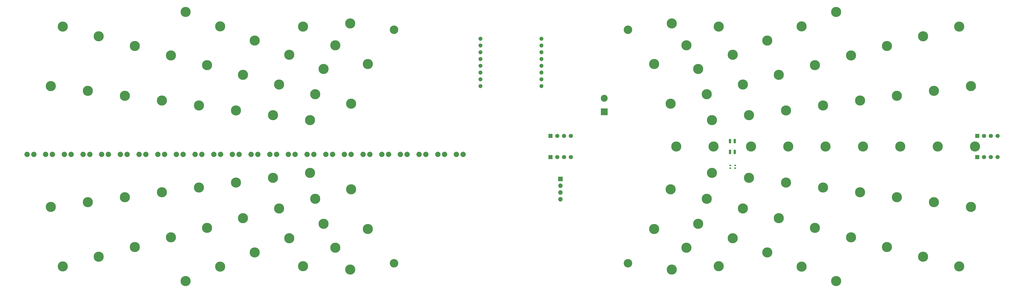
<source format=gbr>
%TF.GenerationSoftware,KiCad,Pcbnew,7.0.8*%
%TF.CreationDate,2023-11-15T16:38:26+01:00*%
%TF.ProjectId,main_board_new-3.2,6d61696e-5f62-46f6-9172-645f6e65772d,rev?*%
%TF.SameCoordinates,Original*%
%TF.FileFunction,Soldermask,Bot*%
%TF.FilePolarity,Negative*%
%FSLAX46Y46*%
G04 Gerber Fmt 4.6, Leading zero omitted, Abs format (unit mm)*
G04 Created by KiCad (PCBNEW 7.0.8) date 2023-11-15 16:38:26*
%MOMM*%
%LPD*%
G01*
G04 APERTURE LIST*
G04 Aperture macros list*
%AMRoundRect*
0 Rectangle with rounded corners*
0 $1 Rounding radius*
0 $2 $3 $4 $5 $6 $7 $8 $9 X,Y pos of 4 corners*
0 Add a 4 corners polygon primitive as box body*
4,1,4,$2,$3,$4,$5,$6,$7,$8,$9,$2,$3,0*
0 Add four circle primitives for the rounded corners*
1,1,$1+$1,$2,$3*
1,1,$1+$1,$4,$5*
1,1,$1+$1,$6,$7*
1,1,$1+$1,$8,$9*
0 Add four rect primitives between the rounded corners*
20,1,$1+$1,$2,$3,$4,$5,0*
20,1,$1+$1,$4,$5,$6,$7,0*
20,1,$1+$1,$6,$7,$8,$9,0*
20,1,$1+$1,$8,$9,$2,$3,0*%
G04 Aperture macros list end*
%ADD10C,0.780999*%
%ADD11RoundRect,0.102000X0.684000X0.684000X-0.684000X0.684000X-0.684000X-0.684000X0.684000X-0.684000X0*%
%ADD12C,1.572000*%
%ADD13C,3.800000*%
%ADD14C,3.200000*%
%ADD15C,2.000000*%
%ADD16R,1.700000X1.700000*%
%ADD17O,1.700000X1.700000*%
%ADD18RoundRect,0.135000X-0.185000X0.135000X-0.185000X-0.135000X0.185000X-0.135000X0.185000X0.135000X0*%
%ADD19RoundRect,0.135000X0.185000X-0.135000X0.185000X0.135000X-0.185000X0.135000X-0.185000X-0.135000X0*%
%ADD20R,2.600000X2.600000*%
%ADD21C,2.600000*%
%ADD22RoundRect,0.197500X0.197500X0.632500X-0.197500X0.632500X-0.197500X-0.632500X0.197500X-0.632500X0*%
G04 APERTURE END LIST*
%TO.C,J10*%
D10*
X213960499Y-184521000D02*
G75*
G03*
X213960499Y-184521000I-390499J0D01*
G01*
X213960499Y-187061000D02*
G75*
G03*
X213960499Y-187061000I-390499J0D01*
G01*
X213960499Y-189601000D02*
G75*
G03*
X213960499Y-189601000I-390499J0D01*
G01*
X213960499Y-192141000D02*
G75*
G03*
X213960499Y-192141000I-390499J0D01*
G01*
X213960499Y-194681000D02*
G75*
G03*
X213960499Y-194681000I-390499J0D01*
G01*
X213960499Y-197221000D02*
G75*
G03*
X213960499Y-197221000I-390499J0D01*
G01*
X213960499Y-199761000D02*
G75*
G03*
X213960499Y-199761000I-390499J0D01*
G01*
X213960499Y-202301000D02*
G75*
G03*
X213960499Y-202301000I-390499J0D01*
G01*
%TO.C,J9*%
X236820499Y-184521000D02*
G75*
G03*
X236820499Y-184521000I-390499J0D01*
G01*
X236820499Y-187061000D02*
G75*
G03*
X236820499Y-187061000I-390499J0D01*
G01*
X236820499Y-189601000D02*
G75*
G03*
X236820499Y-189601000I-390499J0D01*
G01*
X236820499Y-192141000D02*
G75*
G03*
X236820499Y-192141000I-390499J0D01*
G01*
X236820499Y-194681000D02*
G75*
G03*
X236820499Y-194681000I-390499J0D01*
G01*
X236820499Y-197221000D02*
G75*
G03*
X236820499Y-197221000I-390499J0D01*
G01*
X236820499Y-199761000D02*
G75*
G03*
X236820499Y-199761000I-390499J0D01*
G01*
X236820499Y-202301000D02*
G75*
G03*
X236820499Y-202301000I-390499J0D01*
G01*
%TD*%
D11*
%TO.C,J7*%
X239800000Y-229000000D03*
D12*
X242340000Y-229000000D03*
X244880000Y-229000000D03*
X247420000Y-229000000D03*
%TD*%
D13*
%TO.C,H1*%
X338979248Y-255540647D03*
%TD*%
D14*
%TO.C,H60*%
X268840620Y-268840620D03*
%TD*%
D13*
%TO.C,H1*%
X314230038Y-236747357D03*
%TD*%
%TO.C,H1*%
X97497791Y-190835886D03*
%TD*%
%TO.C,H1*%
X328110266Y-211425276D03*
%TD*%
%TO.C,H1*%
X56928906Y-179965486D03*
%TD*%
%TO.C,H1*%
X80249050Y-244056824D03*
%TD*%
%TO.C,H1*%
X147057714Y-180000000D03*
%TD*%
%TO.C,H1*%
X346952098Y-275514213D03*
%TD*%
D15*
%TO.C,H45*%
X158100000Y-227939000D03*
%TD*%
%TO.C,H23*%
X81100000Y-227939000D03*
%TD*%
D14*
%TO.C,H60*%
X268840620Y-181159380D03*
%TD*%
D13*
%TO.C,H1*%
X124543714Y-198082819D03*
%TD*%
%TO.C,H1*%
X397511406Y-247711557D03*
%TD*%
%TO.C,H1*%
X128916529Y-264799077D03*
%TD*%
%TO.C,H1*%
X171306425Y-256000000D03*
%TD*%
%TO.C,H1*%
X355870722Y-242229457D03*
%TD*%
%TO.C,H1*%
X334017785Y-179843355D03*
%TD*%
%TO.C,H1*%
X141850842Y-190558491D03*
%TD*%
D15*
%TO.C,H57*%
X200100000Y-227939000D03*
%TD*%
D13*
%TO.C,H1*%
X121889734Y-238574724D03*
%TD*%
D14*
%TO.C,H60*%
X181159380Y-268840620D03*
%TD*%
D13*
%TO.C,H1*%
X154785156Y-195916059D03*
%TD*%
D15*
%TO.C,H18*%
X64560000Y-227939000D03*
%TD*%
D13*
%TO.C,H1*%
X66368822Y-204115809D03*
%TD*%
%TO.C,H1*%
X385000000Y-225000000D03*
%TD*%
%TO.C,H1*%
X159182069Y-187000000D03*
%TD*%
%TO.C,H1*%
X302942286Y-270000000D03*
%TD*%
D11*
%TO.C,J8*%
X399820000Y-229000000D03*
D12*
X402360000Y-229000000D03*
X404900000Y-229000000D03*
X407440000Y-229000000D03*
%TD*%
D15*
%TO.C,H36*%
X127560000Y-227939000D03*
%TD*%
D13*
%TO.C,H1*%
X284887401Y-208953219D03*
%TD*%
%TO.C,H1*%
X128916529Y-185200923D03*
%TD*%
%TO.C,H1*%
X366025171Y-187212419D03*
%TD*%
D15*
%TO.C,H15*%
X53100000Y-227939000D03*
%TD*%
D13*
%TO.C,H1*%
X357000000Y-225000000D03*
%TD*%
%TO.C,H1*%
X154785156Y-254083941D03*
%TD*%
D15*
%TO.C,H21*%
X74100000Y-227939000D03*
%TD*%
%TO.C,H28*%
X99560000Y-227939000D03*
%TD*%
D13*
%TO.C,H1*%
X83974829Y-187212419D03*
%TD*%
%TO.C,H1*%
X383631178Y-245884191D03*
%TD*%
D15*
%TO.C,H54*%
X190560000Y-227939000D03*
%TD*%
D13*
%TO.C,H1*%
X371000000Y-225000000D03*
%TD*%
D15*
%TO.C,H12*%
X43560000Y-227939000D03*
%TD*%
D13*
%TO.C,H1*%
X393071094Y-270034514D03*
%TD*%
D15*
%TO.C,H46*%
X162560000Y-227939000D03*
%TD*%
%TO.C,H16*%
X57560000Y-227939000D03*
%TD*%
D13*
%TO.C,H1*%
X165112599Y-208953219D03*
%TD*%
D15*
%TO.C,H14*%
X50560000Y-227939000D03*
%TD*%
D13*
%TO.C,H1*%
X328110266Y-238574724D03*
%TD*%
D15*
%TO.C,H26*%
X92560000Y-227939000D03*
%TD*%
D13*
%TO.C,H1*%
X352502209Y-259164114D03*
%TD*%
D15*
%TO.C,H22*%
X78560000Y-227939000D03*
%TD*%
%TO.C,H43*%
X151100000Y-227939000D03*
%TD*%
D13*
%TO.C,H1*%
X300349809Y-215080009D03*
%TD*%
%TO.C,H1*%
X124543714Y-251917181D03*
%TD*%
%TO.C,H1*%
X121889734Y-211425276D03*
%TD*%
%TO.C,H1*%
X103047902Y-174485787D03*
%TD*%
%TO.C,H1*%
X115982215Y-270156645D03*
%TD*%
%TO.C,H1*%
X301000000Y-225000000D03*
%TD*%
%TO.C,H1*%
X399000000Y-225000000D03*
%TD*%
%TO.C,H1*%
X308149158Y-259441509D03*
%TD*%
%TO.C,H1*%
X159182069Y-263000000D03*
%TD*%
D15*
%TO.C,H34*%
X120560000Y-227939000D03*
%TD*%
D13*
%TO.C,H1*%
X366025171Y-262787581D03*
%TD*%
D15*
%TO.C,H48*%
X169560000Y-227939000D03*
%TD*%
%TO.C,H31*%
X109100000Y-227939000D03*
%TD*%
D13*
%TO.C,H1*%
X295214844Y-254083941D03*
%TD*%
%TO.C,H1*%
X369750950Y-244056824D03*
%TD*%
%TO.C,H1*%
X149650191Y-215080009D03*
%TD*%
%TO.C,H1*%
X284887401Y-241046781D03*
%TD*%
D15*
%TO.C,H37*%
X130100000Y-227939000D03*
%TD*%
D13*
%TO.C,H1*%
X138066676Y-248293714D03*
%TD*%
%TO.C,H1*%
X298410363Y-244670247D03*
%TD*%
D15*
%TO.C,H47*%
X165100000Y-227939000D03*
%TD*%
D13*
%TO.C,H1*%
X311933324Y-248293714D03*
%TD*%
%TO.C,H1*%
X165112599Y-241046781D03*
%TD*%
%TO.C,H1*%
X115982215Y-179843355D03*
%TD*%
%TO.C,H1*%
X141850842Y-259441509D03*
%TD*%
%TO.C,H1*%
X97497791Y-259164114D03*
%TD*%
%TO.C,H1*%
X52488594Y-202288443D03*
%TD*%
%TO.C,H1*%
X314230038Y-213252643D03*
%TD*%
%TO.C,H1*%
X341990494Y-209597909D03*
%TD*%
D15*
%TO.C,H33*%
X116100000Y-227939000D03*
%TD*%
%TO.C,H44*%
X155560000Y-227939000D03*
%TD*%
D13*
%TO.C,H1*%
X52488594Y-247711557D03*
%TD*%
%TO.C,H1*%
X70451868Y-266411047D03*
%TD*%
D15*
%TO.C,H49*%
X172100000Y-227939000D03*
%TD*%
%TO.C,H20*%
X71560000Y-227939000D03*
%TD*%
%TO.C,H58*%
X204560000Y-227939000D03*
%TD*%
D13*
%TO.C,H1*%
X285294854Y-271265869D03*
%TD*%
%TO.C,H1*%
X164705146Y-271265869D03*
%TD*%
%TO.C,H1*%
X308149158Y-190558491D03*
%TD*%
%TO.C,H1*%
X80249050Y-205943176D03*
%TD*%
%TO.C,H1*%
X135769962Y-236747357D03*
%TD*%
%TO.C,H1*%
X108009506Y-209597909D03*
%TD*%
%TO.C,H1*%
X341990494Y-240402091D03*
%TD*%
%TO.C,H1*%
X379548132Y-183588953D03*
%TD*%
%TO.C,H1*%
X321083471Y-264799077D03*
%TD*%
%TO.C,H1*%
X83974829Y-262787581D03*
%TD*%
D15*
%TO.C,H25*%
X88100000Y-227939000D03*
%TD*%
D13*
%TO.C,H1*%
X111020752Y-255540647D03*
%TD*%
%TO.C,H1*%
X290817931Y-263000000D03*
%TD*%
D16*
%TO.C,J1*%
X243528000Y-237215000D03*
D17*
X243528000Y-239755000D03*
X243528000Y-242295000D03*
X243528000Y-244835000D03*
%TD*%
D13*
%TO.C,H1*%
X138066676Y-201706286D03*
%TD*%
D15*
%TO.C,H24*%
X85560000Y-227939000D03*
%TD*%
%TO.C,H40*%
X141560000Y-227939000D03*
%TD*%
D13*
%TO.C,H1*%
X149650191Y-234919991D03*
%TD*%
%TO.C,H1*%
X151589637Y-244670247D03*
%TD*%
%TO.C,H1*%
X56928906Y-270034514D03*
%TD*%
D15*
%TO.C,H50*%
X176560000Y-227939000D03*
%TD*%
D13*
%TO.C,H1*%
X315000000Y-225000000D03*
%TD*%
%TO.C,H1*%
X94129278Y-242229457D03*
%TD*%
%TO.C,H1*%
X325456286Y-198082819D03*
%TD*%
D15*
%TO.C,H35*%
X123100000Y-227939000D03*
%TD*%
D13*
%TO.C,H1*%
X355870722Y-207770543D03*
%TD*%
D15*
%TO.C,H41*%
X144100000Y-227939000D03*
%TD*%
D13*
%TO.C,H1*%
X278693575Y-194000000D03*
%TD*%
%TO.C,H1*%
X290817931Y-187000000D03*
%TD*%
%TO.C,H1*%
X346952098Y-174485787D03*
%TD*%
D15*
%TO.C,H29*%
X102100000Y-227939000D03*
%TD*%
%TO.C,H13*%
X46100000Y-227939000D03*
%TD*%
D13*
%TO.C,H1*%
X383631178Y-204115809D03*
%TD*%
%TO.C,H1*%
X66368822Y-245884191D03*
%TD*%
D15*
%TO.C,H38*%
X134560000Y-227939000D03*
%TD*%
D13*
%TO.C,H1*%
X300349809Y-234919991D03*
%TD*%
%TO.C,H1*%
X111020752Y-194459353D03*
%TD*%
D15*
%TO.C,H53*%
X186100000Y-227939000D03*
%TD*%
D11*
%TO.C,J6*%
X399820000Y-221000000D03*
D12*
X402360000Y-221000000D03*
X404900000Y-221000000D03*
X407440000Y-221000000D03*
%TD*%
D13*
%TO.C,H1*%
X369750950Y-205943176D03*
%TD*%
%TO.C,H1*%
X164705146Y-178734131D03*
%TD*%
%TO.C,H1*%
X393071094Y-179965486D03*
%TD*%
D15*
%TO.C,H55*%
X193100000Y-227939000D03*
%TD*%
D13*
%TO.C,H1*%
X397511406Y-202288443D03*
%TD*%
D15*
%TO.C,H59*%
X207100000Y-227939000D03*
%TD*%
D13*
%TO.C,H1*%
X171306425Y-194000000D03*
%TD*%
%TO.C,H1*%
X147057714Y-270000000D03*
%TD*%
D14*
%TO.C,H60*%
X181159380Y-181159380D03*
%TD*%
D13*
%TO.C,H1*%
X295214844Y-195916059D03*
%TD*%
%TO.C,H1*%
X302942286Y-180000000D03*
%TD*%
D15*
%TO.C,H19*%
X67100000Y-227939000D03*
%TD*%
D13*
%TO.C,H1*%
X352502209Y-190835886D03*
%TD*%
%TO.C,H1*%
X135769962Y-213252643D03*
%TD*%
%TO.C,H1*%
X379548132Y-266411047D03*
%TD*%
%TO.C,H1*%
X321083471Y-185200923D03*
%TD*%
%TO.C,H1*%
X334017785Y-270156645D03*
%TD*%
D15*
%TO.C,H27*%
X95100000Y-227939000D03*
%TD*%
%TO.C,H39*%
X137100000Y-227939000D03*
%TD*%
D11*
%TO.C,J5*%
X239800000Y-221000000D03*
D12*
X242340000Y-221000000D03*
X244880000Y-221000000D03*
X247420000Y-221000000D03*
%TD*%
D13*
%TO.C,H1*%
X298410363Y-205329753D03*
%TD*%
%TO.C,H1*%
X94129278Y-207770543D03*
%TD*%
%TO.C,H1*%
X108009506Y-240402091D03*
%TD*%
%TO.C,H1*%
X311933324Y-201706286D03*
%TD*%
%TO.C,H1*%
X325456286Y-251917181D03*
%TD*%
%TO.C,H1*%
X70451868Y-183588953D03*
%TD*%
D15*
%TO.C,H32*%
X113560000Y-227939000D03*
%TD*%
%TO.C,H52*%
X183560000Y-227939000D03*
%TD*%
%TO.C,H30*%
X106560000Y-227939000D03*
%TD*%
D13*
%TO.C,H1*%
X329000000Y-225000000D03*
%TD*%
D15*
%TO.C,H17*%
X60100000Y-227939000D03*
%TD*%
D13*
%TO.C,H1*%
X338979248Y-194459353D03*
%TD*%
D15*
%TO.C,H51*%
X179100000Y-227939000D03*
%TD*%
%TO.C,H56*%
X197560000Y-227939000D03*
%TD*%
D13*
%TO.C,H1*%
X278693575Y-256000000D03*
%TD*%
%TO.C,H1*%
X103047902Y-275514213D03*
%TD*%
%TO.C,H1*%
X287000000Y-225000000D03*
%TD*%
%TO.C,H1*%
X151589637Y-205329753D03*
%TD*%
%TO.C,H1*%
X285294854Y-178734131D03*
%TD*%
%TO.C,H1*%
X343000000Y-225000000D03*
%TD*%
D15*
%TO.C,H42*%
X148560000Y-227939000D03*
%TD*%
D18*
%TO.C,R2*%
X307221998Y-232124998D03*
X307221998Y-233144998D03*
%TD*%
D19*
%TO.C,R1*%
X309074000Y-233130000D03*
X309074000Y-232110000D03*
%TD*%
D20*
%TO.C,J11*%
X260000000Y-212000000D03*
D21*
X260000000Y-206920000D03*
%TD*%
D22*
%TO.C,U35*%
X308958000Y-223000000D03*
X308958000Y-227000000D03*
X307158000Y-227000000D03*
X307158000Y-223000000D03*
%TD*%
M02*

</source>
